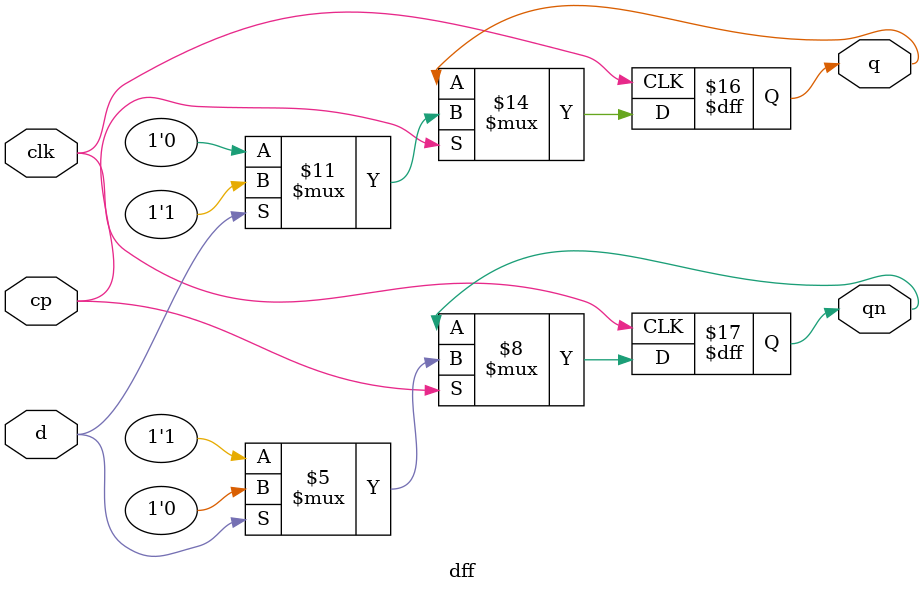
<source format=sv>
module dff (
  input clk,
  input cp,
  input d,
  output reg q,
  output reg qn
);

always @(posedge clk) begin
  if (cp == 1'b0) begin
  end else begin
    if (d == 1'b0) begin
      q <= 1'b0;
      qn <= 1'b1;
    end else begin
      q <= 1'b1;
      qn <= 1'b0;
    end
  end
end

endmodule

</source>
